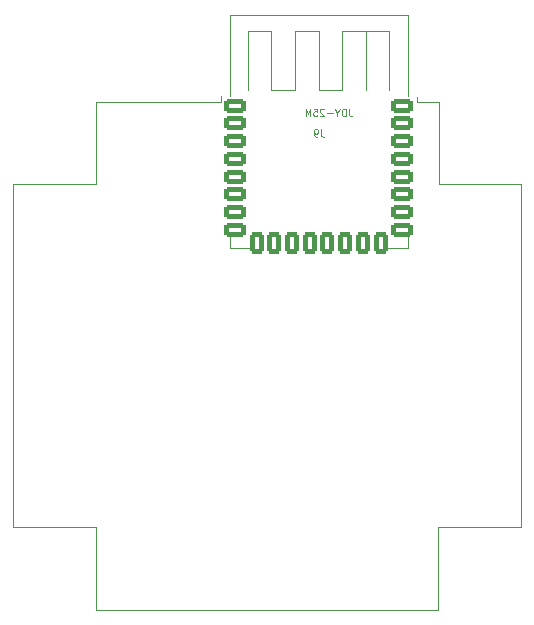
<source format=gbo>
G04 #@! TF.GenerationSoftware,KiCad,Pcbnew,8.0.5*
G04 #@! TF.CreationDate,2024-11-30T21:19:48+05:30*
G04 #@! TF.ProjectId,SNSRTG401V30,534e5352-5447-4343-9031-5633302e6b69,3.0*
G04 #@! TF.SameCoordinates,Original*
G04 #@! TF.FileFunction,Legend,Bot*
G04 #@! TF.FilePolarity,Positive*
%FSLAX46Y46*%
G04 Gerber Fmt 4.6, Leading zero omitted, Abs format (unit mm)*
G04 Created by KiCad (PCBNEW 8.0.5) date 2024-11-30 21:19:48*
%MOMM*%
%LPD*%
G01*
G04 APERTURE LIST*
G04 Aperture macros list*
%AMRoundRect*
0 Rectangle with rounded corners*
0 $1 Rounding radius*
0 $2 $3 $4 $5 $6 $7 $8 $9 X,Y pos of 4 corners*
0 Add a 4 corners polygon primitive as box body*
4,1,4,$2,$3,$4,$5,$6,$7,$8,$9,$2,$3,0*
0 Add four circle primitives for the rounded corners*
1,1,$1+$1,$2,$3*
1,1,$1+$1,$4,$5*
1,1,$1+$1,$6,$7*
1,1,$1+$1,$8,$9*
0 Add four rect primitives between the rounded corners*
20,1,$1+$1,$2,$3,$4,$5,0*
20,1,$1+$1,$4,$5,$6,$7,0*
20,1,$1+$1,$6,$7,$8,$9,0*
20,1,$1+$1,$8,$9,$2,$3,0*%
G04 Aperture macros list end*
%ADD10C,0.100000*%
%ADD11C,0.080000*%
%ADD12R,0.850000X0.850000*%
%ADD13O,0.850000X0.850000*%
%ADD14C,3.200000*%
%ADD15R,1.000000X1.000000*%
%ADD16O,1.000000X1.000000*%
%ADD17C,0.800000*%
%ADD18C,0.650000*%
%ADD19O,2.100000X1.000000*%
%ADD20O,1.800000X1.000000*%
%ADD21RoundRect,0.200000X-0.700000X-0.400000X0.700000X-0.400000X0.700000X0.400000X-0.700000X0.400000X0*%
%ADD22RoundRect,0.200000X-0.400000X-0.700000X0.400000X-0.700000X0.400000X0.700000X-0.400000X0.700000X0*%
%ADD23C,0.400000*%
G04 APERTURE END LIST*
D10*
X80492600Y-62484000D02*
X87503000Y-62484000D01*
X87503000Y-33502600D02*
X80492600Y-33502600D01*
X80492600Y-33502600D02*
X80492600Y-62484000D01*
X123494800Y-33502600D02*
X116509800Y-33502600D01*
X123494800Y-62509400D02*
X123494800Y-33502600D01*
X98044000Y-26035000D02*
X98044000Y-26492200D01*
X114655600Y-26517600D02*
X114655600Y-26060400D01*
X116509800Y-33502600D02*
X116509800Y-26517600D01*
X87503000Y-69494400D02*
X116484400Y-69494400D01*
X116484400Y-69494400D02*
X116484400Y-62509400D01*
X116484400Y-62509400D02*
X123494800Y-62509400D01*
X116509800Y-26517600D02*
X114655600Y-26517600D01*
X98044000Y-26492200D02*
X87503000Y-26492200D01*
X87503000Y-62484000D02*
X87503000Y-69494400D01*
X87503000Y-26492200D02*
X87503000Y-33502600D01*
D11*
X108919743Y-27078542D02*
X108919743Y-27542828D01*
X108919743Y-27542828D02*
X108948314Y-27635685D01*
X108948314Y-27635685D02*
X109005457Y-27697590D01*
X109005457Y-27697590D02*
X109091171Y-27728542D01*
X109091171Y-27728542D02*
X109148314Y-27728542D01*
X108634028Y-27728542D02*
X108634028Y-27078542D01*
X108634028Y-27078542D02*
X108491171Y-27078542D01*
X108491171Y-27078542D02*
X108405457Y-27109494D01*
X108405457Y-27109494D02*
X108348314Y-27171399D01*
X108348314Y-27171399D02*
X108319743Y-27233304D01*
X108319743Y-27233304D02*
X108291171Y-27357113D01*
X108291171Y-27357113D02*
X108291171Y-27449970D01*
X108291171Y-27449970D02*
X108319743Y-27573780D01*
X108319743Y-27573780D02*
X108348314Y-27635685D01*
X108348314Y-27635685D02*
X108405457Y-27697590D01*
X108405457Y-27697590D02*
X108491171Y-27728542D01*
X108491171Y-27728542D02*
X108634028Y-27728542D01*
X107919743Y-27419018D02*
X107919743Y-27728542D01*
X108119743Y-27078542D02*
X107919743Y-27419018D01*
X107919743Y-27419018D02*
X107719743Y-27078542D01*
X107519742Y-27480923D02*
X107062600Y-27480923D01*
X106805457Y-27140447D02*
X106776885Y-27109494D01*
X106776885Y-27109494D02*
X106719743Y-27078542D01*
X106719743Y-27078542D02*
X106576885Y-27078542D01*
X106576885Y-27078542D02*
X106519743Y-27109494D01*
X106519743Y-27109494D02*
X106491171Y-27140447D01*
X106491171Y-27140447D02*
X106462600Y-27202351D01*
X106462600Y-27202351D02*
X106462600Y-27264256D01*
X106462600Y-27264256D02*
X106491171Y-27357113D01*
X106491171Y-27357113D02*
X106834028Y-27728542D01*
X106834028Y-27728542D02*
X106462600Y-27728542D01*
X105919742Y-27078542D02*
X106205456Y-27078542D01*
X106205456Y-27078542D02*
X106234028Y-27388066D01*
X106234028Y-27388066D02*
X106205456Y-27357113D01*
X106205456Y-27357113D02*
X106148314Y-27326161D01*
X106148314Y-27326161D02*
X106005456Y-27326161D01*
X106005456Y-27326161D02*
X105948314Y-27357113D01*
X105948314Y-27357113D02*
X105919742Y-27388066D01*
X105919742Y-27388066D02*
X105891171Y-27449970D01*
X105891171Y-27449970D02*
X105891171Y-27604732D01*
X105891171Y-27604732D02*
X105919742Y-27666637D01*
X105919742Y-27666637D02*
X105948314Y-27697590D01*
X105948314Y-27697590D02*
X106005456Y-27728542D01*
X106005456Y-27728542D02*
X106148314Y-27728542D01*
X106148314Y-27728542D02*
X106205456Y-27697590D01*
X106205456Y-27697590D02*
X106234028Y-27666637D01*
X105634027Y-27728542D02*
X105634027Y-27078542D01*
X105634027Y-27078542D02*
X105434027Y-27542828D01*
X105434027Y-27542828D02*
X105234027Y-27078542D01*
X105234027Y-27078542D02*
X105234027Y-27728542D01*
X106549800Y-28805742D02*
X106549800Y-29270028D01*
X106549800Y-29270028D02*
X106578371Y-29362885D01*
X106578371Y-29362885D02*
X106635514Y-29424790D01*
X106635514Y-29424790D02*
X106721228Y-29455742D01*
X106721228Y-29455742D02*
X106778371Y-29455742D01*
X106235514Y-29455742D02*
X106121228Y-29455742D01*
X106121228Y-29455742D02*
X106064085Y-29424790D01*
X106064085Y-29424790D02*
X106035514Y-29393837D01*
X106035514Y-29393837D02*
X105978371Y-29300980D01*
X105978371Y-29300980D02*
X105949800Y-29177170D01*
X105949800Y-29177170D02*
X105949800Y-28929551D01*
X105949800Y-28929551D02*
X105978371Y-28867647D01*
X105978371Y-28867647D02*
X106006943Y-28836694D01*
X106006943Y-28836694D02*
X106064085Y-28805742D01*
X106064085Y-28805742D02*
X106178371Y-28805742D01*
X106178371Y-28805742D02*
X106235514Y-28836694D01*
X106235514Y-28836694D02*
X106264085Y-28867647D01*
X106264085Y-28867647D02*
X106292657Y-28929551D01*
X106292657Y-28929551D02*
X106292657Y-29084313D01*
X106292657Y-29084313D02*
X106264085Y-29146218D01*
X106264085Y-29146218D02*
X106235514Y-29177170D01*
X106235514Y-29177170D02*
X106178371Y-29208123D01*
X106178371Y-29208123D02*
X106064085Y-29208123D01*
X106064085Y-29208123D02*
X106006943Y-29177170D01*
X106006943Y-29177170D02*
X105978371Y-29146218D01*
X105978371Y-29146218D02*
X105949800Y-29084313D01*
D10*
X98811000Y-19178000D02*
X98811000Y-26038000D01*
X98811000Y-38898000D02*
X98811000Y-37938000D01*
X100341000Y-20538000D02*
X102341000Y-20538000D01*
X100341000Y-25538000D02*
X100341000Y-20538000D01*
X100441000Y-38898000D02*
X98811000Y-38898000D01*
X102341000Y-20538000D02*
X102341000Y-25538000D01*
X102341000Y-25538000D02*
X104341000Y-25538000D01*
X104341000Y-20538000D02*
X106341000Y-20538000D01*
X104341000Y-25538000D02*
X104341000Y-20538000D01*
X106341000Y-20538000D02*
X106341000Y-25538000D01*
X106341000Y-25538000D02*
X108341000Y-25538000D01*
X108341000Y-20538000D02*
X112341000Y-20538000D01*
X108341000Y-25538000D02*
X108341000Y-20538000D01*
X110341000Y-20538000D02*
X110341000Y-25538000D01*
X112341000Y-20538000D02*
X112341000Y-25538000D01*
X113871000Y-19178000D02*
X98811000Y-19178000D01*
X113871000Y-26038000D02*
X113871000Y-19178000D01*
X113871000Y-37938000D02*
X113871000Y-38898000D01*
X113871000Y-38898000D02*
X112241000Y-38898000D01*
%LPC*%
D12*
X114650000Y-67960000D03*
D13*
X114650000Y-66960000D03*
X114650000Y-65960000D03*
X114650000Y-64960000D03*
D14*
X83500000Y-66500000D03*
X120500000Y-29500000D03*
D15*
X88620600Y-53721000D03*
D16*
X87350600Y-53721000D03*
X86080600Y-53721000D03*
X84810600Y-53721000D03*
D12*
X96102800Y-63779400D03*
D13*
X97102800Y-63779400D03*
X98102800Y-63779400D03*
X99102800Y-63779400D03*
X100102800Y-63779400D03*
X101102800Y-63779400D03*
D15*
X88392000Y-44069000D03*
D16*
X88392000Y-45339000D03*
X88392000Y-46609000D03*
X88392000Y-47879000D03*
D15*
X96748600Y-67200000D03*
D16*
X98018600Y-67200000D03*
X99288600Y-67200000D03*
X100558600Y-67200000D03*
X101828600Y-67200000D03*
X103098600Y-67200000D03*
D15*
X107061000Y-67200000D03*
D16*
X108331000Y-67200000D03*
X109601000Y-67200000D03*
X110871000Y-67200000D03*
D14*
X120500000Y-66500000D03*
D17*
X91347467Y-59090433D03*
D15*
X110240000Y-42418000D03*
D16*
X111510000Y-42418000D03*
X112780000Y-42418000D03*
X114050000Y-42418000D03*
D14*
X83500000Y-29500000D03*
D18*
X118620000Y-52210000D03*
X118620000Y-46430000D03*
D19*
X118120000Y-53640000D03*
D20*
X122300000Y-53640000D03*
D19*
X118120000Y-45000000D03*
D20*
X122300000Y-45000000D03*
D15*
X119456200Y-60550000D03*
D16*
X120726200Y-60550000D03*
D21*
X113441000Y-26838000D03*
X113441000Y-28338000D03*
X113441000Y-29838000D03*
X113441000Y-31338000D03*
X113441000Y-32838000D03*
X113441000Y-34338000D03*
X113441000Y-35838000D03*
X113441000Y-37338000D03*
D22*
X111591000Y-38438000D03*
X110091000Y-38438000D03*
X108591000Y-38438000D03*
X107091000Y-38438000D03*
X105591000Y-38438000D03*
X104091000Y-38438000D03*
X102591000Y-38438000D03*
X101091000Y-38438000D03*
D21*
X99241000Y-37338000D03*
X99241000Y-35838000D03*
X99241000Y-34338000D03*
X99241000Y-32838000D03*
X99241000Y-31338000D03*
X99241000Y-29838000D03*
X99241000Y-28338000D03*
X99241000Y-26838000D03*
D23*
X95894700Y-46308500D03*
X115761300Y-50570000D03*
X101610000Y-28260000D03*
X115899600Y-49976800D03*
X115846900Y-48070500D03*
X109598100Y-49615400D03*
X109867500Y-52241000D03*
X106636000Y-42631600D03*
X90149600Y-49451200D03*
X116559600Y-48173500D03*
X109016300Y-55121100D03*
X99497500Y-51500900D03*
X90670300Y-45273100D03*
X115173300Y-50648900D03*
X110242500Y-50496700D03*
X100477900Y-50444100D03*
X103636600Y-50396600D03*
X85239500Y-59350000D03*
X89178800Y-63601700D03*
X103900200Y-42179200D03*
X107283200Y-54321600D03*
X109615700Y-57220000D03*
X107464300Y-52171000D03*
X104457700Y-42031600D03*
X95327300Y-49345200D03*
X94919800Y-50172500D03*
X102563600Y-41941000D03*
X97481400Y-41618900D03*
X98267400Y-50407900D03*
X96922600Y-36763900D03*
X98854200Y-55372600D03*
X96500500Y-37174600D03*
X96631000Y-50154600D03*
X92936600Y-29047200D03*
X106431000Y-48506600D03*
X112970400Y-60133800D03*
X104373100Y-46920000D03*
X99714500Y-56297800D03*
X104376600Y-45609500D03*
X102233200Y-55871100D03*
X104624500Y-47768000D03*
X101422400Y-50421200D03*
X93383200Y-57376500D03*
X103373500Y-49469500D03*
X94848500Y-56949800D03*
X109596800Y-44420000D03*
X114973500Y-49508600D03*
X116269000Y-49070000D03*
X104909700Y-42971200D03*
X95898600Y-48221500D03*
X97988600Y-36205900D03*
X101390000Y-41600000D03*
X95864800Y-47669700D03*
X97352100Y-36317100D03*
X98398500Y-41928300D03*
X105636400Y-34546700D03*
X82373700Y-41906000D03*
X114877300Y-45920000D03*
X112066800Y-53635900D03*
X106915800Y-40699800D03*
%LPD*%
M02*

</source>
